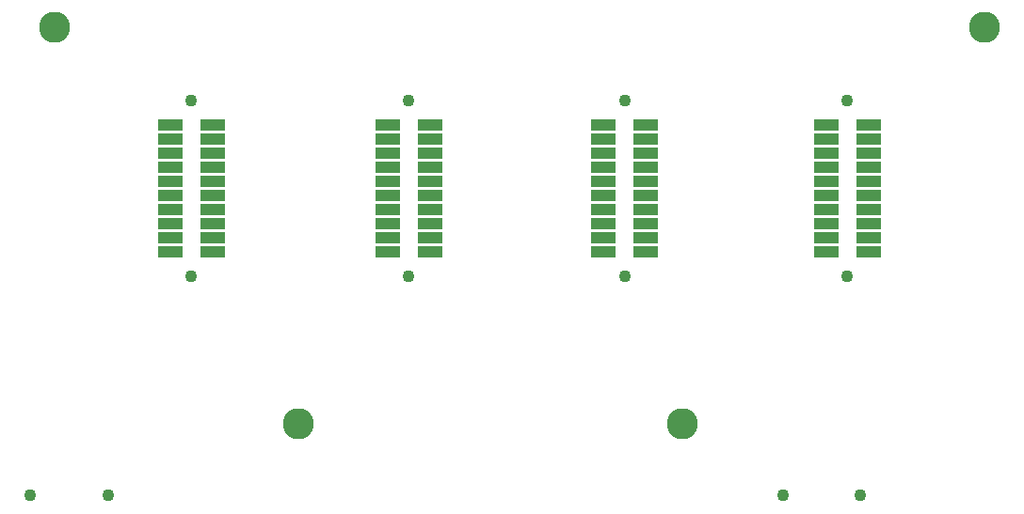
<source format=gbs>
G04*
G04 #@! TF.GenerationSoftware,Altium Limited,Altium Designer,20.1.8 (145)*
G04*
G04 Layer_Color=16711935*
%FSAX24Y24*%
%MOIN*%
G70*
G04*
G04 #@! TF.SameCoordinates,11B2BD8A-5282-4B5C-B75C-580E7C91704B*
G04*
G04*
G04 #@! TF.FilePolarity,Negative*
G04*
G01*
G75*
%ADD24C,0.0435*%
%ADD25C,0.1104*%
%ADD31R,0.0907X0.0411*%
D24*
X034435Y014847D02*
D03*
Y021087D02*
D03*
X026545Y014847D02*
D03*
Y021087D02*
D03*
X018892Y014847D02*
D03*
Y021087D02*
D03*
X011194Y014847D02*
D03*
Y021087D02*
D03*
X032143Y007087D02*
D03*
X034883D02*
D03*
X008240Y007080D02*
D03*
X005500D02*
D03*
D25*
X039286Y023696D02*
D03*
X006342Y023696D02*
D03*
X028576Y009636D02*
D03*
X014980D02*
D03*
D31*
X027300Y015720D02*
D03*
Y016220D02*
D03*
Y016720D02*
D03*
Y017220D02*
D03*
Y017720D02*
D03*
Y018220D02*
D03*
Y018720D02*
D03*
Y019220D02*
D03*
Y019720D02*
D03*
Y020220D02*
D03*
X025800Y015720D02*
D03*
Y016220D02*
D03*
Y016720D02*
D03*
Y017220D02*
D03*
Y017720D02*
D03*
Y018220D02*
D03*
Y018720D02*
D03*
Y019220D02*
D03*
Y019720D02*
D03*
Y020220D02*
D03*
X019640Y015720D02*
D03*
Y016220D02*
D03*
Y016720D02*
D03*
Y017220D02*
D03*
Y017720D02*
D03*
Y018220D02*
D03*
Y018720D02*
D03*
Y019220D02*
D03*
Y019720D02*
D03*
Y020220D02*
D03*
X018140Y015720D02*
D03*
Y016220D02*
D03*
Y016720D02*
D03*
Y017220D02*
D03*
Y017720D02*
D03*
Y018220D02*
D03*
Y018720D02*
D03*
Y019220D02*
D03*
Y019720D02*
D03*
Y020220D02*
D03*
X011939Y015720D02*
D03*
Y016220D02*
D03*
Y016720D02*
D03*
Y017220D02*
D03*
Y017720D02*
D03*
Y018220D02*
D03*
Y018720D02*
D03*
Y019220D02*
D03*
Y019720D02*
D03*
Y020220D02*
D03*
X010439Y015720D02*
D03*
Y016220D02*
D03*
Y016720D02*
D03*
Y017220D02*
D03*
Y017720D02*
D03*
Y018220D02*
D03*
Y018720D02*
D03*
Y019220D02*
D03*
Y019720D02*
D03*
Y020220D02*
D03*
X035180Y015720D02*
D03*
Y016220D02*
D03*
Y016720D02*
D03*
Y017220D02*
D03*
Y017720D02*
D03*
Y018220D02*
D03*
Y018720D02*
D03*
Y019220D02*
D03*
Y019720D02*
D03*
Y020220D02*
D03*
X033680Y015720D02*
D03*
Y016220D02*
D03*
Y016720D02*
D03*
Y017220D02*
D03*
Y017720D02*
D03*
Y018220D02*
D03*
Y018720D02*
D03*
Y019220D02*
D03*
Y019720D02*
D03*
Y020220D02*
D03*
M02*

</source>
